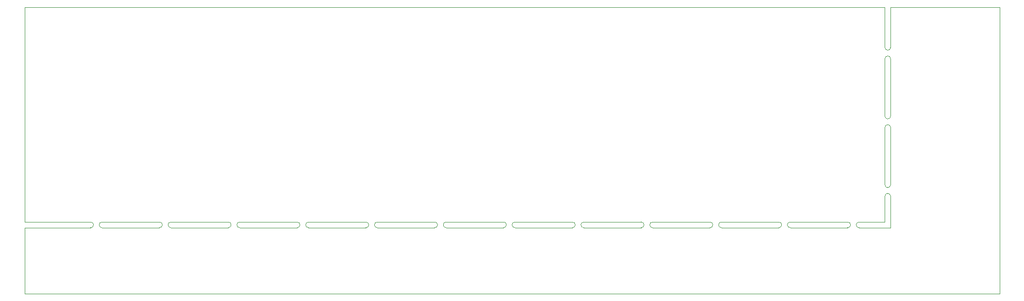
<source format=gm1>
%TF.GenerationSoftware,KiCad,Pcbnew,7.0.1-3b83917a11~172~ubuntu22.10.1*%
%TF.CreationDate,2023-04-03T16:10:19+02:00*%
%TF.ProjectId,Model-M-RP2040-USB,4d6f6465-6c2d-44d2-9d52-50323034302d,rev?*%
%TF.SameCoordinates,Original*%
%TF.FileFunction,Profile,NP*%
%FSLAX46Y46*%
G04 Gerber Fmt 4.6, Leading zero omitted, Abs format (unit mm)*
G04 Created by KiCad (PCBNEW 7.0.1-3b83917a11~172~ubuntu22.10.1) date 2023-04-03 16:10:19*
%MOMM*%
%LPD*%
G01*
G04 APERTURE LIST*
%TA.AperFunction,Profile*%
%ADD10C,0.100000*%
%TD*%
G04 APERTURE END LIST*
D10*
X138400000Y-69000000D02*
G75*
G03*
X138400000Y-68000000I0J500000D01*
G01*
X44400000Y-69000000D02*
X54400000Y-69000000D01*
X44400000Y-68000000D02*
G75*
G03*
X44400000Y-69000000I0J-500000D01*
G01*
X56400000Y-68000000D02*
G75*
G03*
X56400000Y-69000000I0J-500000D01*
G01*
X78400000Y-69000000D02*
G75*
G03*
X78400000Y-68000000I0J500000D01*
G01*
X176400000Y-69000000D02*
X181900000Y-69000000D01*
X140400000Y-68000000D02*
G75*
G03*
X140400000Y-69000000I0J-500000D01*
G01*
X68400000Y-68000000D02*
G75*
G03*
X68400000Y-69000000I0J-500000D01*
G01*
X138400000Y-68000000D02*
X128400000Y-68000000D01*
X181900000Y-69000000D02*
X181900000Y-63500000D01*
X128400000Y-68000000D02*
G75*
G03*
X128400000Y-69000000I0J-500000D01*
G01*
X164400000Y-68000000D02*
G75*
G03*
X164400000Y-69000000I0J-500000D01*
G01*
X102400000Y-68000000D02*
X92400000Y-68000000D01*
X181900000Y-49500000D02*
X181900000Y-39500000D01*
X152400000Y-68000000D02*
G75*
G03*
X152400000Y-69000000I0J-500000D01*
G01*
X92400000Y-69000000D02*
X102400000Y-69000000D01*
X150400000Y-69000000D02*
G75*
G03*
X150400000Y-68000000I0J500000D01*
G01*
X126400000Y-68000000D02*
X116400000Y-68000000D01*
X128400000Y-69000000D02*
X138400000Y-69000000D01*
X140400000Y-69000000D02*
X150400000Y-69000000D01*
X181900000Y-63500000D02*
G75*
G03*
X180900000Y-63500000I-500000J0D01*
G01*
X180900000Y-61500000D02*
G75*
G03*
X181900000Y-61500000I500000J0D01*
G01*
X180900000Y-39500000D02*
X180900000Y-49500000D01*
X174400000Y-68000000D02*
X164400000Y-68000000D01*
X54400000Y-68000000D02*
X44400000Y-68000000D01*
X104400000Y-68000000D02*
G75*
G03*
X104400000Y-69000000I0J-500000D01*
G01*
X92400000Y-68000000D02*
G75*
G03*
X92400000Y-69000000I0J-500000D01*
G01*
X180900000Y-30500000D02*
X30900000Y-30500000D01*
X114400000Y-69000000D02*
G75*
G03*
X114400000Y-68000000I0J500000D01*
G01*
X180900000Y-51500000D02*
X180900000Y-61500000D01*
X162400000Y-68000000D02*
X152400000Y-68000000D01*
X162400000Y-69000000D02*
G75*
G03*
X162400000Y-68000000I0J500000D01*
G01*
X180900000Y-49500000D02*
G75*
G03*
X181900000Y-49500000I500000J0D01*
G01*
X66400000Y-68000000D02*
X56400000Y-68000000D01*
X116400000Y-69000000D02*
X126400000Y-69000000D01*
X200900000Y-80500000D02*
X200900000Y-30500000D01*
X30900000Y-69000000D02*
X42400000Y-69000000D01*
X200900000Y-30500000D02*
X181900000Y-30500000D01*
X114400000Y-68000000D02*
X104400000Y-68000000D01*
X30900000Y-69000000D02*
X30900000Y-80500000D01*
X180900000Y-37500000D02*
G75*
G03*
X181900000Y-37500000I500000J0D01*
G01*
X54400000Y-69000000D02*
G75*
G03*
X54400000Y-68000000I0J500000D01*
G01*
X42400000Y-68000000D02*
X30900000Y-68000000D01*
X181900000Y-61500000D02*
X181900000Y-51500000D01*
X116400000Y-68000000D02*
G75*
G03*
X116400000Y-69000000I0J-500000D01*
G01*
X102400000Y-69000000D02*
G75*
G03*
X102400000Y-68000000I0J500000D01*
G01*
X42400000Y-69000000D02*
G75*
G03*
X42400000Y-68000000I0J500000D01*
G01*
X104400000Y-69000000D02*
X114400000Y-69000000D01*
X30900000Y-30500000D02*
X30900000Y-68000000D01*
X90400000Y-69000000D02*
G75*
G03*
X90400000Y-68000000I0J500000D01*
G01*
X152400000Y-69000000D02*
X162400000Y-69000000D01*
X126400000Y-69000000D02*
G75*
G03*
X126400000Y-68000000I0J500000D01*
G01*
X180900000Y-68000000D02*
X176400000Y-68000000D01*
X78400000Y-68000000D02*
X68400000Y-68000000D01*
X56400000Y-69000000D02*
X66400000Y-69000000D01*
X176400000Y-68000000D02*
G75*
G03*
X176400000Y-69000000I0J-500000D01*
G01*
X174400000Y-69000000D02*
G75*
G03*
X174400000Y-68000000I0J500000D01*
G01*
X30900000Y-80500000D02*
X200900000Y-80500000D01*
X80400000Y-68000000D02*
G75*
G03*
X80400000Y-69000000I0J-500000D01*
G01*
X66400000Y-69000000D02*
G75*
G03*
X66400000Y-68000000I0J500000D01*
G01*
X181900000Y-51500000D02*
G75*
G03*
X180900000Y-51500000I-500000J0D01*
G01*
X80400000Y-69000000D02*
X90400000Y-69000000D01*
X90400000Y-68000000D02*
X80400000Y-68000000D01*
X150400000Y-68000000D02*
X140400000Y-68000000D01*
X164400000Y-69000000D02*
X174400000Y-69000000D01*
X180900000Y-63500000D02*
X180900000Y-68000000D01*
X181900000Y-39500000D02*
G75*
G03*
X180900000Y-39500000I-500000J0D01*
G01*
X68400000Y-69000000D02*
X78400000Y-69000000D01*
X181900000Y-37500000D02*
X181900000Y-30500000D01*
X180900000Y-30500000D02*
X180900000Y-37500000D01*
M02*

</source>
